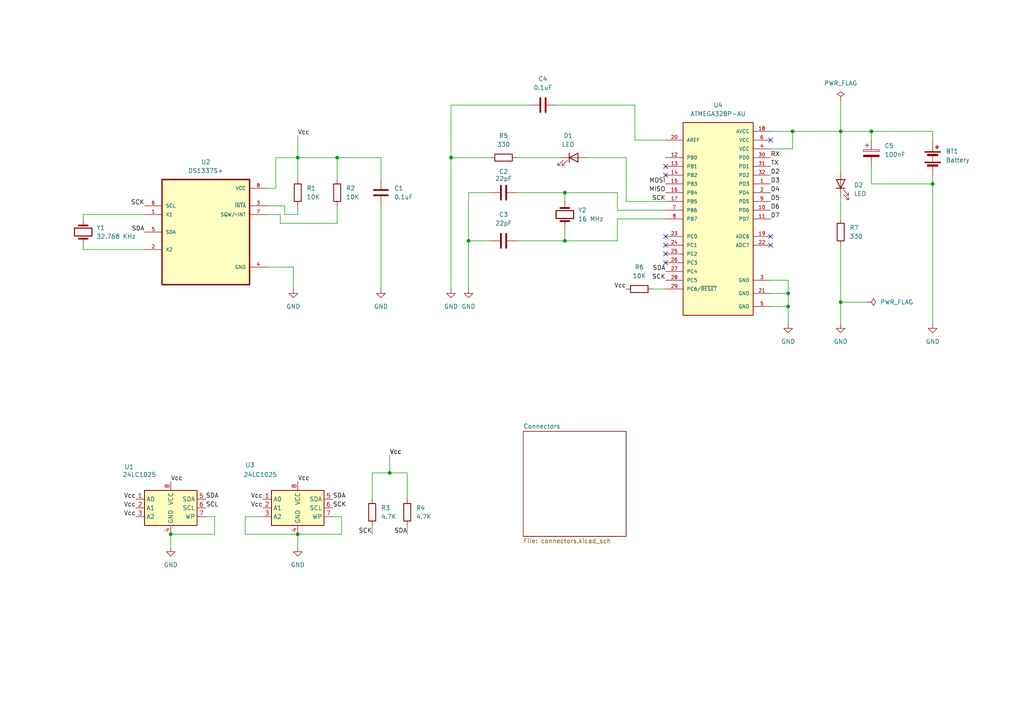
<source format=kicad_sch>
(kicad_sch (version 20250114) (generator "eeschema") (generator_version "9.0")
  (paper "A4")
  (title_block (title "MCU Datalogger") (rev "1") (company "Precious Nedilyn B. Echapare"))
  (lib_symbols
    (symbol "ATMEGA328P_AU:ATMEGA328P-AU" (pin_names (offset 1.016))
      (property "Reference" "U4" (at 0 33.02 0))
      (property "Value" "ATMEGA328P-AU" (at 0 30.48 0))
      (symbol "ATMEGA328P-AU_0_0"
        (rectangle (start -10.16 27.94) (end 10.16 -27.94) (stroke (width 0.254)) (fill (type background)))
        (pin input line (at -15.24 22.86 0) (length 5.08) (name "AREF") (number "20"))
        (pin bidirectional line (at -15.24 17.78 0) (length 5.08) (name "PB0") (number "12"))
        (pin bidirectional line (at -15.24 15.24 0) (length 5.08) (name "PB1") (number "13"))
        (pin bidirectional line (at -15.24 12.7 0) (length 5.08) (name "PB2") (number "14"))
        (pin bidirectional line (at -15.24 10.16 0) (length 5.08) (name "PB3") (number "15"))
        (pin bidirectional line (at -15.24 7.62 0) (length 5.08) (name "PB4") (number "16"))
        (pin bidirectional line (at -15.24 5.08 0) (length 5.08) (name "PB5") (number "17"))
        (pin bidirectional line (at -15.24 2.54 0) (length 5.08) (name "PB6") (number "7"))
        (pin bidirectional line (at -15.24 0 0) (length 5.08) (name "PB7") (number "8"))
        (pin bidirectional line (at -15.24 -5.08 0) (length 5.08) (name "PC0") (number "23"))
        (pin bidirectional line (at -15.24 -7.62 0) (length 5.08) (name "PC1") (number "24"))
        (pin bidirectional line (at -15.24 -10.16 0) (length 5.08) (name "PC2") (number "25"))
        (pin bidirectional line (at -15.24 -12.7 0) (length 5.08) (name "PC3") (number "26"))
        (pin bidirectional line (at -15.24 -15.24 0) (length 5.08) (name "PC4") (number "27"))
        (pin bidirectional line (at -15.24 -17.78 0) (length 5.08) (name "PC5") (number "28"))
        (pin bidirectional line (at -15.24 -20.32 0) (length 5.08) (name "PC6/~{RESET}") (number "29"))
        (pin power_in line (at 15.24 25.4 180) (length 5.08) (name "AVCC") (number "18"))
        (pin power_in line (at 15.24 22.86 180) (length 5.08) (name "VCC") (number "6"))
        (pin power_in line (at 15.24 20.32 180) (length 5.08) (name "VCC") (number "4"))
        (pin bidirectional line (at 15.24 17.78 180) (length 5.08) (name "PD0") (number "30"))
        (pin bidirectional line (at 15.24 15.24 180) (length 5.08) (name "PD1") (number "31"))
        (pin bidirectional line (at 15.24 12.7 180) (length 5.08) (name "PD2") (number "32"))
        (pin bidirectional line (at 15.24 10.16 180) (length 5.08) (name "PD3") (number "1"))
        (pin bidirectional line (at 15.24 7.62 180) (length 5.08) (name "PD4") (number "2"))
        (pin bidirectional line (at 15.24 5.08 180) (length 5.08) (name "PD5") (number "9"))
        (pin bidirectional line (at 15.24 2.54 180) (length 5.08) (name "PD6") (number "10"))
        (pin bidirectional line (at 15.24 0 180) (length 5.08) (name "PD7") (number "11"))
        (pin bidirectional line (at 15.24 -5.08 180) (length 5.08) (name "ADC6") (number "19"))
        (pin bidirectional line (at 15.24 -7.62 180) (length 5.08) (name "ADC7") (number "22"))
        (pin power_in line (at 15.24 -17.78 180) (length 5.08) (name "GND") (number "3"))
        (pin power_in line (at 15.24 -21.59 180) (length 5.08) (name "GND") (number "21"))
        (pin power_in line (at 15.24 -25.4 180) (length 5.08) (name "GND") (number "5"))
      )
    )
    (symbol "DS1337S:DS1337S_" (pin_names (offset 1.016))
      (property "Reference" "U" (at -12.7 16.24 0))
      (property "Value" "DS1337S_" (at -12.7 -19.24 0))
      (symbol "DS1337S__0_0"
        (rectangle (start -12.7 -15.24) (end 12.7 15.24) (stroke (width 0.41)) (fill (type background)))
        (pin input line (at -17.78 7.62 0) (length 5.08) (name "SCL") (number "6"))
        (pin input line (at -17.78 5.08 0) (length 5.08) (name "X1") (number "1"))
        (pin bidirectional line (at -17.78 0 0) (length 5.08) (name "SDA") (number "5"))
        (pin bidirectional line (at -17.78 -5.08 0) (length 5.08) (name "X2") (number "2"))
        (pin power_in line (at 17.78 12.7 180) (length 5.08) (name "VCC") (number "8"))
        (pin output line (at 17.78 7.62 180) (length 5.08) (name "~{INTA}") (number "3"))
        (pin output line (at 17.78 5.08 180) (length 5.08) (name "SQW/~INT") (number "7"))
        (pin power_in line (at 17.78 -10.16 180) (length 5.08) (name "GND") (number "4"))
      )
    )
    (symbol "Device:Battery" (pin_numbers (hide yes)) (pin_names (offset 0) (hide yes))
      (property "Reference" "BT" (at 2.54 2.54 0))
      (property "Value" "Battery" (at 2.54 0 0))
      (symbol "Battery_0_1"
        (rectangle (start -2.286 1.778) (end 2.286 1.524) (fill (type outline)))
        (rectangle (start -2.286 -1.27) (end 2.286 -1.524) (fill (type outline)))
        (rectangle (start -1.524 1.016) (end 1.524 0.508) (fill (type outline)))
        (rectangle (start -1.524 -2.032) (end 1.524 -2.54) (fill (type outline)))
        (polyline (pts (xy 0 1.778) (xy 0 2.54)))
        (polyline (pts (xy 0 0) (xy 0 0.254)))
        (polyline (pts (xy 0 -0.508) (xy 0 -0.254)))
        (polyline (pts (xy 0 -1.016) (xy 0 -0.762)))
        (polyline (pts (xy 0.762 3.048) (xy 1.778 3.048)) (stroke (width 0.254)))
        (polyline (pts (xy 1.27 3.556) (xy 1.27 2.54)) (stroke (width 0.254)))
      )
      (symbol "Battery_1_1"
        (pin passive line (at 0 5.08 270) (length 2.54) (name "+") (number "1"))
        (pin passive line (at 0 -5.08 90) (length 2.54) (name "-") (number "2"))
      )
    )
    (symbol "Device:C" (pin_numbers (hide yes)) (pin_names (offset 0.254))
      (property "Reference" "C" (at 0.635 2.54 0))
      (property "Value" "C" (at 0.635 -2.54 0))
      (symbol "C_0_1"
        (polyline (pts (xy -2.032 0.762) (xy 2.032 0.762)) (stroke (width 0.508)))
        (polyline (pts (xy -2.032 -0.762) (xy 2.032 -0.762)) (stroke (width 0.508)))
      )
      (symbol "C_1_1"
        (pin passive line (at 0 3.81 270) (length 2.794) (name "~") (number "1"))
        (pin passive line (at 0 -3.81 90) (length 2.794) (name "~") (number "2"))
      )
    )
    (symbol "Device:C_Polarized" (pin_numbers (hide yes)) (pin_names (offset 0.254))
      (property "Reference" "C" (at 0.635 2.54 0))
      (property "Value" "C_Polarized" (at 0.635 -2.54 0))
      (symbol "C_Polarized_0_1"
        (rectangle (start -2.286 0.508) (end 2.286 1.016))
        (polyline (pts (xy -1.778 2.286) (xy -0.762 2.286)))
        (polyline (pts (xy -1.27 2.794) (xy -1.27 1.778)))
        (rectangle (start 2.286 -0.508) (end -2.286 -1.016) (fill (type outline)))
      )
      (symbol "C_Polarized_1_1"
        (pin passive line (at 0 3.81 270) (length 2.794) (name "~") (number "1"))
        (pin passive line (at 0 -3.81 90) (length 2.794) (name "~") (number "2"))
      )
    )
    (symbol "Device:Crystal" (pin_numbers (hide yes)) (pin_names (offset 1.016) (hide yes))
      (property "Reference" "Y" (at 0 3.81 0))
      (property "Value" "Crystal" (at 0 -3.81 0))
      (symbol "Crystal_0_1"
        (polyline (pts (xy -2.54 0) (xy -1.905 0)))
        (polyline (pts (xy -1.905 -1.27) (xy -1.905 1.27)) (stroke (width 0.508)))
        (rectangle (start -1.143 2.54) (end 1.143 -2.54) (stroke (width 0.3048)))
        (polyline (pts (xy 1.905 -1.27) (xy 1.905 1.27)) (stroke (width 0.508)))
        (polyline (pts (xy 2.54 0) (xy 1.905 0)))
      )
      (symbol "Crystal_1_1"
        (pin passive line (at -3.81 0 0) (length 1.27) (name "1") (number "1"))
        (pin passive line (at 3.81 0 180) (length 1.27) (name "2") (number "2"))
      )
    )
    (symbol "Device:LED" (pin_numbers (hide yes)) (pin_names (offset 1.016) (hide yes))
      (property "Reference" "D" (at 0 2.54 0))
      (property "Value" "LED" (at 0 -2.54 0))
      (symbol "LED_0_1"
        (polyline (pts (xy -3.048 -0.762) (xy -4.572 -2.286) (xy -3.81 -2.286) (xy -4.572 -2.286) (xy -4.572 -1.524)))
        (polyline (pts (xy -1.778 -0.762) (xy -3.302 -2.286) (xy -2.54 -2.286) (xy -3.302 -2.286) (xy -3.302 -1.524)))
        (polyline (pts (xy -1.27 0) (xy 1.27 0)))
        (polyline (pts (xy -1.27 -1.27) (xy -1.27 1.27)) (stroke (width 0.254)))
        (polyline (pts (xy 1.27 -1.27) (xy 1.27 1.27) (xy -1.27 0) (xy 1.27 -1.27)) (stroke (width 0.254)))
      )
      (symbol "LED_1_1"
        (pin passive line (at -3.81 0 0) (length 2.54) (name "K") (number "1"))
        (pin passive line (at 3.81 0 180) (length 2.54) (name "A") (number "2"))
      )
    )
    (symbol "Device:R" (pin_numbers (hide yes)) (pin_names (offset 0))
      (property "Reference" "R" (at 2.032 0 90))
      (property "Value" "R" (at 0 0 90))
      (symbol "R_0_1"
        (rectangle (start -1.016 -2.54) (end 1.016 2.54) (stroke (width 0.254)))
      )
      (symbol "R_1_1"
        (pin passive line (at 0 3.81 270) (length 1.27) (name "~") (number "1"))
        (pin passive line (at 0 -3.81 90) (length 1.27) (name "~") (number "2"))
      )
    )
    (symbol "Memory_EEPROM:24LC1025"
      (property "Reference" "U" (at -6.35 6.35 0))
      (property "Value" "24LC1025" (at 1.27 6.35 0))
      (symbol "24LC1025_1_1"
        (rectangle (start -7.62 5.08) (end 7.62 -5.08) (stroke (width 0.254)) (fill (type background)))
        (pin input line (at -10.16 2.54 0) (length 2.54) (name "A0") (number "1"))
        (pin input line (at -10.16 0 0) (length 2.54) (name "A1") (number "2"))
        (pin input line (at -10.16 -2.54 0) (length 2.54) (name "A2") (number "3"))
        (pin power_in line (at 0 7.62 270) (length 2.54) (name "VCC") (number "8"))
        (pin power_in line (at 0 -7.62 90) (length 2.54) (name "GND") (number "4"))
        (pin bidirectional line (at 10.16 2.54 180) (length 2.54) (name "SDA") (number "5"))
        (pin input line (at 10.16 0 180) (length 2.54) (name "SCL") (number "6"))
        (pin input line (at 10.16 -2.54 180) (length 2.54) (name "WP") (number "7"))
      )
    )
    (symbol "power:GND" (power) (pin_numbers (hide yes)) (pin_names (offset 0) (hide yes))
      (property "Value" "GND" (at 0 -3.81 0))
      (symbol "GND_0_1"
        (polyline (pts (xy 0 0) (xy 0 -1.27) (xy 1.27 -1.27) (xy 0 -2.54) (xy -1.27 -1.27) (xy 0 -1.27)))
      )
      (symbol "GND_1_1"
        (pin power_in line (at 0 0 270) (length 0) (name "~") (number "1"))
      )
    )
    (symbol "power:PWR_FLAG" (power) (pin_numbers (hide yes)) (pin_names (offset 0) (hide yes))
      (property "Value" "PWR_FLAG" (at 0 3.81 0))
      (symbol "PWR_FLAG_0_0"
        (pin power_out line (at 0 0 90) (length 0) (name "~") (number "1"))
      )
      (symbol "PWR_FLAG_0_1"
        (polyline (pts (xy 0 0) (xy 0 1.27) (xy -1.016 1.905) (xy 0 2.54) (xy 1.016 1.905) (xy 0 1.27)))
      )
    )
  )
  (junction (at 113.03 137.16))
  (junction (at 243.84 87.63))
  (junction (at 135.89 69.85))
  (junction (at 130.81 45.72))
  (junction (at 86.36 45.72))
  (junction (at 163.83 69.85))
  (junction (at 270.51 53.34))
  (junction (at 49.53 154.94))
  (junction (at 252.73 38.1))
  (junction (at 97.79 45.72))
  (junction (at 86.36 154.94))
  (junction (at 163.83 55.88))
  (junction (at 243.84 38.1))
  (junction (at 228.6 88.9))
  (junction (at 229.87 38.1))
  (junction (at 228.6 85.09))
  (no_connect (at 193.04 68.58))
  (no_connect (at 223.52 68.58))
  (no_connect (at 193.04 76.2))
  (no_connect (at 193.04 73.66))
  (no_connect (at 193.04 71.12))
  (no_connect (at 193.04 50.8))
  (no_connect (at 223.52 71.12))
  (no_connect (at 193.04 48.26))
  (no_connect (at 223.52 40.64))
  (wire (pts (xy 77.47 77.47) (xy 85.09 77.47)))
  (wire (pts (xy 270.51 38.1) (xy 270.51 40.64)))
  (wire (pts (xy 81.28 62.23) (xy 81.28 64.77)))
  (wire (pts (xy 118.11 137.16) (xy 118.11 144.78)))
  (wire (pts (xy 243.84 71.12) (xy 243.84 87.63)))
  (wire (pts (xy 77.47 59.69) (xy 82.55 59.69)))
  (wire (pts (xy 163.83 58.42) (xy 163.83 55.88)))
  (wire (pts (xy 270.51 50.8) (xy 270.51 53.34)))
  (wire (pts (xy 82.55 62.23) (xy 86.36 62.23)))
  (wire (pts (xy 71.12 149.86) (xy 71.12 154.94)))
  (wire (pts (xy 97.79 64.77) (xy 97.79 59.69)))
  (wire (pts (xy 110.49 59.69) (xy 110.49 83.82)))
  (wire (pts (xy 80.01 54.61) (xy 77.47 54.61)))
  (wire (pts (xy 24.13 71.12) (xy 24.13 72.39)))
  (wire (pts (xy 223.52 88.9) (xy 228.6 88.9)))
  (wire (pts (xy 76.2 149.86) (xy 71.12 149.86)))
  (wire (pts (xy 223.52 43.18) (xy 229.87 43.18)))
  (wire (pts (xy 24.13 72.39) (xy 41.91 72.39)))
  (wire (pts (xy 82.55 59.69) (xy 82.55 62.23)))
  (wire (pts (xy 149.86 55.88) (xy 163.83 55.88)))
  (wire (pts (xy 153.67 30.48) (xy 130.81 30.48)))
  (wire (pts (xy 163.83 69.85) (xy 149.86 69.85)))
  (wire (pts (xy 86.36 45.72) (xy 97.79 45.72)))
  (wire (pts (xy 163.83 55.88) (xy 179.07 55.88)))
  (wire (pts (xy 228.6 85.09) (xy 228.6 88.9)))
  (wire (pts (xy 81.28 64.77) (xy 97.79 64.77)))
  (wire (pts (xy 107.95 137.16) (xy 113.03 137.16)))
  (wire (pts (xy 184.15 30.48) (xy 184.15 40.64)))
  (wire (pts (xy 228.6 81.28) (xy 228.6 85.09)))
  (wire (pts (xy 149.86 45.72) (xy 162.56 45.72)))
  (wire (pts (xy 223.52 38.1) (xy 229.87 38.1)))
  (wire (pts (xy 189.23 83.82) (xy 193.04 83.82)))
  (wire (pts (xy 243.84 38.1) (xy 243.84 49.53)))
  (wire (pts (xy 252.73 53.34) (xy 270.51 53.34)))
  (wire (pts (xy 59.69 149.86) (xy 62.23 149.86)))
  (wire (pts (xy 118.11 152.4) (xy 118.11 154.94)))
  (wire (pts (xy 179.07 55.88) (xy 179.07 60.96)))
  (wire (pts (xy 179.07 63.5) (xy 179.07 69.85)))
  (wire (pts (xy 110.49 45.72) (xy 97.79 45.72)))
  (wire (pts (xy 135.89 55.88) (xy 135.89 69.85)))
  (wire (pts (xy 223.52 81.28) (xy 228.6 81.28)))
  (wire (pts (xy 113.03 132.08) (xy 113.03 137.16)))
  (wire (pts (xy 110.49 52.07) (xy 110.49 45.72)))
  (wire (pts (xy 243.84 87.63) (xy 251.46 87.63)))
  (wire (pts (xy 135.89 69.85) (xy 135.89 83.82)))
  (wire (pts (xy 24.13 62.23) (xy 24.13 63.5)))
  (wire (pts (xy 85.09 77.47) (xy 85.09 83.82)))
  (wire (pts (xy 86.36 154.94) (xy 86.36 158.75)))
  (wire (pts (xy 86.36 62.23) (xy 86.36 59.69)))
  (wire (pts (xy 243.84 57.15) (xy 243.84 63.5)))
  (wire (pts (xy 243.84 29.21) (xy 243.84 38.1)))
  (wire (pts (xy 71.12 154.94) (xy 86.36 154.94)))
  (wire (pts (xy 130.81 45.72) (xy 130.81 83.82)))
  (wire (pts (xy 193.04 63.5) (xy 179.07 63.5)))
  (wire (pts (xy 86.36 45.72) (xy 80.01 45.72)))
  (wire (pts (xy 252.73 48.26) (xy 252.73 53.34)))
  (wire (pts (xy 41.91 62.23) (xy 24.13 62.23)))
  (wire (pts (xy 179.07 60.96) (xy 193.04 60.96)))
  (wire (pts (xy 107.95 144.78) (xy 107.95 137.16)))
  (wire (pts (xy 77.47 62.23) (xy 81.28 62.23)))
  (wire (pts (xy 86.36 52.07) (xy 86.36 45.72)))
  (wire (pts (xy 252.73 38.1) (xy 270.51 38.1)))
  (wire (pts (xy 49.53 154.94) (xy 49.53 158.75)))
  (wire (pts (xy 80.01 45.72) (xy 80.01 54.61)))
  (wire (pts (xy 107.95 152.4) (xy 107.95 154.94)))
  (wire (pts (xy 229.87 43.18) (xy 229.87 38.1)))
  (wire (pts (xy 243.84 38.1) (xy 252.73 38.1)))
  (wire (pts (xy 99.06 154.94) (xy 99.06 149.86)))
  (wire (pts (xy 62.23 154.94) (xy 62.23 149.86)))
  (wire (pts (xy 184.15 40.64) (xy 193.04 40.64)))
  (wire (pts (xy 49.53 154.94) (xy 62.23 154.94)))
  (wire (pts (xy 142.24 55.88) (xy 135.89 55.88)))
  (wire (pts (xy 223.52 85.09) (xy 228.6 85.09)))
  (wire (pts (xy 179.07 69.85) (xy 163.83 69.85)))
  (wire (pts (xy 170.18 45.72) (xy 181.61 45.72)))
  (wire (pts (xy 228.6 88.9) (xy 228.6 93.98)))
  (wire (pts (xy 86.36 154.94) (xy 99.06 154.94)))
  (wire (pts (xy 161.29 30.48) (xy 184.15 30.48)))
  (wire (pts (xy 135.89 69.85) (xy 142.24 69.85)))
  (wire (pts (xy 86.36 39.37) (xy 86.36 45.72)))
  (wire (pts (xy 181.61 45.72) (xy 181.61 58.42)))
  (wire (pts (xy 97.79 45.72) (xy 97.79 52.07)))
  (wire (pts (xy 99.06 149.86) (xy 96.52 149.86)))
  (wire (pts (xy 252.73 38.1) (xy 252.73 40.64)))
  (wire (pts (xy 270.51 53.34) (xy 270.51 93.98)))
  (wire (pts (xy 181.61 58.42) (xy 193.04 58.42)))
  (wire (pts (xy 113.03 137.16) (xy 118.11 137.16)))
  (wire (pts (xy 130.81 30.48) (xy 130.81 45.72)))
  (wire (pts (xy 130.81 45.72) (xy 142.24 45.72)))
  (wire (pts (xy 163.83 66.04) (xy 163.83 69.85)))
  (wire (pts (xy 229.87 38.1) (xy 243.84 38.1)))
  (wire (pts (xy 243.84 87.63) (xy 243.84 93.98)))
  (label "D2" (at 223.52 50.8 0))
  (label "SCL" (at 59.69 147.32 0))
  (label "Vcc" (at 76.2 144.78 180))
  (label "TX" (at 223.52 48.26 0))
  (label "D5" (at 223.52 58.42 0))
  (label "D4" (at 223.52 55.88 0))
  (label "Vcc" (at 113.03 132.08 0))
  (label "SDA" (at 193.04 78.74 180))
  (label "Vcc" (at 86.36 139.7 0))
  (label "MOSI" (at 193.04 53.34 180))
  (label "SCK" (at 107.95 154.94 180))
  (label "Vcc" (at 49.53 139.7 0))
  (label "D6" (at 223.52 60.96 0))
  (label "Vcc" (at 39.37 149.86 180))
  (label "RX" (at 223.52 45.72 0))
  (label "SCK" (at 41.91 59.69 180))
  (label "MISO" (at 193.04 55.88 180))
  (label "Vcc" (at 39.37 144.78 180))
  (label "Vcc" (at 76.2 147.32 180))
  (label "Vcc" (at 86.36 39.37 0))
  (label "D3" (at 223.52 53.34 0))
  (label "SCK" (at 193.04 81.28 180))
  (label "Vcc" (at 39.37 147.32 180))
  (label "Vcc" (at 181.61 83.82 180))
  (label "SCK" (at 193.04 58.42 180))
  (label "D7" (at 223.52 63.5 0))
  (label "SDA" (at 96.52 144.78 0))
  (label "SDA" (at 118.11 154.94 180))
  (label "SDA" (at 41.91 67.31 180))
  (label "Vcc" (at 113.03 132.08 0))
  (label "SDA" (at 59.69 144.78 0))
  (label "SCK" (at 96.52 147.32 0))
  (symbol (lib_id "Memory_EEPROM:24LC1025") (at 86.36 147.32 0) (unit 1)
    (property "Reference" "U3" (at 71.12 134.874 0) (effects (justify left)))
    (property "Value" "24LC1025" (at 70.612 137.668 0) (effects (justify left)))
    (property "Footprint" "Package_SO:SOIC-8_3.9x4.9mm_P1.27mm" (effects (hide yes)))
    (property "Datasheet" "http://ww1.microchip.com/downloads/en/DeviceDoc/21941B.pdf" (effects (hide yes)))
    (property "Description" "I2C Serial EEPROM, 1024Kb, DIP-8/SOIC-8/TSSOP-8/DFN-8" (effects (hide yes)))
  )
  (symbol (lib_id "power:GND") (at 130.81 83.82 0) (unit 1)
    (property "Reference" "#PWR04" (effects (hide yes)))
    (property "Value" "GND" (at 130.81 88.9 0))
    (property "Description" "Power symbol creates a global label with name \"GND\" , ground" (effects (hide yes)))
  )
  (symbol (lib_id "Device:Crystal") (at 24.13 67.31 90) (unit 1)
    (property "Reference" "Y1" (at 27.94 66.0399 90) (effects (justify right)))
    (property "Value" "32.768 KHz" (at 27.94 68.5799 90) (effects (justify right)))
    (property "Footprint" "Crystal:Crystal_SMD_5032-2Pin_5.0x3.2mm_HandSoldering" (effects (hide yes)))
    (property "Description" "Two pin crystal" (effects (hide yes)))
  )
  (symbol (lib_id "power:GND") (at 49.53 158.75 0) (unit 1)
    (property "Reference" "#PWR09" (effects (hide yes)))
    (property "Value" "GND" (at 49.53 163.83 0))
    (property "Description" "Power symbol creates a global label with name \"GND\" , ground" (effects (hide yes)))
  )
  (symbol (lib_id "Device:Battery") (at 270.51 45.72 0) (unit 1)
    (property "Reference" "BT1" (at 274.32 43.8784 0) (effects (justify left)))
    (property "Value" "Battery" (at 274.32 46.4184 0) (effects (justify left)))
    (property "Footprint" "Connector_PinHeader_2.54mm:PinHeader_1x02_P2.54mm_Vertical" (effects (hide yes)))
    (property "Description" "Multiple-cell battery" (effects (hide yes)))
  )
  (symbol (lib_id "power:GND") (at 85.09 83.82 0) (unit 1)
    (property "Reference" "#PWR07" (effects (hide yes)))
    (property "Value" "GND" (at 85.09 88.9 0))
    (property "Description" "Power symbol creates a global label with name \"GND\" , ground" (effects (hide yes)))
  )
  (symbol (lib_id "Device:R") (at 146.05 45.72 90) (unit 1)
    (property "Reference" "R5" (at 146.05 39.37 90))
    (property "Value" "330" (at 146.05 41.91 90))
    (property "Footprint" "Resistor_SMD:R_0805_2012Metric" (effects (hide yes)))
    (property "Description" "Resistor" (effects (hide yes)))
  )
  (symbol (lib_id "Device:C") (at 110.49 55.88 0) (unit 1)
    (property "Reference" "C1" (at 114.3 54.6099 0) (effects (font (thickness 0.1588)) (justify left)))
    (property "Value" "0.1uF" (at 114.3 57.1499 0) (effects (justify left)))
    (property "Footprint" "Capacitor_SMD:C_0805_2012Metric" (effects (hide yes)))
    (property "Description" "Unpolarized capacitor" (effects (hide yes)))
  )
  (symbol (lib_id "Device:R") (at 86.36 55.88 0) (unit 1)
    (property "Reference" "R1" (at 88.9 54.6099 0) (effects (justify left)))
    (property "Value" "10K" (at 88.9 57.1499 0) (effects (justify left)))
    (property "Footprint" "Resistor_SMD:R_0805_2012Metric" (effects (hide yes)))
    (property "Description" "Resistor" (effects (hide yes)))
  )
  (symbol (lib_id "power:GND") (at 243.84 93.98 0) (unit 1)
    (property "Reference" "#PWR02" (effects (hide yes)))
    (property "Value" "GND" (at 243.84 99.06 0))
    (property "Description" "Power symbol creates a global label with name \"GND\" , ground" (effects (hide yes)))
  )
  (symbol (lib_id "power:PWR_FLAG") (at 243.84 29.21 0) (unit 1)
    (property "Reference" "#FLG01" (effects (hide yes)))
    (property "Value" "PWR_FLAG" (at 243.84 24.13 0))
    (property "Description" "Special symbol for telling ERC where power comes from" (effects (hide yes)))
  )
  (symbol (lib_id "Device:R") (at 185.42 83.82 90) (unit 1)
    (property "Reference" "R6" (at 185.42 77.47 90))
    (property "Value" "10K" (at 185.42 80.01 90))
    (property "Footprint" "Resistor_SMD:R_0805_2012Metric" (effects (hide yes)))
    (property "Description" "Resistor" (effects (hide yes)))
  )
  (symbol (lib_id "Device:R") (at 107.95 148.59 0) (unit 1)
    (property "Reference" "R3" (at 110.49 147.3199 0) (effects (justify left)))
    (property "Value" "4.7K" (at 110.49 149.8599 0) (effects (justify left)))
    (property "Footprint" "Resistor_SMD:R_0805_2012Metric" (effects (hide yes)))
    (property "Description" "Resistor" (effects (hide yes)))
  )
  (symbol (lib_id "Device:C") (at 157.48 30.48 90) (unit 1)
    (property "Reference" "C4" (at 157.48 22.86 90))
    (property "Value" "0.1uF" (at 157.48 25.4 90))
    (property "Footprint" "Capacitor_SMD:C_0805_2012Metric" (effects (hide yes)))
    (property "Description" "Unpolarized capacitor" (effects (hide yes)))
  )
  (symbol (lib_id "power:GND") (at 270.51 93.98 0) (unit 1)
    (property "Reference" "#PWR01" (effects (hide yes)))
    (property "Value" "GND" (at 270.51 99.06 0))
    (property "Description" "Power symbol creates a global label with name \"GND\" , ground" (effects (hide yes)))
  )
  (symbol (lib_id "Device:C_Polarized") (at 252.73 44.45 0) (unit 1)
    (property "Reference" "C5" (at 256.54 42.2909 0) (effects (justify left)))
    (property "Value" "100nF" (at 256.54 44.8309 0) (effects (justify left)))
    (property "Footprint" "Capacitor_SMD:C_0805_2012Metric" (effects (hide yes)))
    (property "Description" "Polarized capacitor" (effects (hide yes)))
  )
  (symbol (lib_id "Device:R") (at 118.11 148.59 0) (unit 1)
    (property "Reference" "R4" (at 120.65 147.3199 0) (effects (justify left)))
    (property "Value" "4.7K" (at 120.65 149.8599 0) (effects (justify left)))
    (property "Footprint" "Resistor_SMD:R_0805_2012Metric" (effects (hide yes)))
    (property "Description" "Resistor" (effects (hide yes)))
  )
  (symbol (lib_id "power:GND") (at 135.89 83.82 0) (unit 1)
    (property "Reference" "#PWR05" (effects (hide yes)))
    (property "Value" "GND" (at 135.89 88.9 0))
    (property "Description" "Power symbol creates a global label with name \"GND\" , ground" (effects (hide yes)))
  )
  (symbol (lib_id "Device:R") (at 243.84 67.31 0) (unit 1)
    (property "Reference" "R7" (at 246.38 66.0399 0) (effects (justify left)))
    (property "Value" "330" (at 246.38 68.5799 0) (effects (justify left)))
    (property "Footprint" "Resistor_SMD:R_0805_2012Metric" (effects (hide yes)))
    (property "Description" "Resistor" (effects (hide yes)))
  )
  (symbol (lib_id "Device:R") (at 97.79 55.88 0) (unit 1)
    (property "Reference" "R2" (at 100.33 54.6099 0) (effects (justify left)))
    (property "Value" "10K" (at 100.33 57.1499 0) (effects (justify left)))
    (property "Footprint" "Resistor_SMD:R_0805_2012Metric" (effects (hide yes)))
    (property "Description" "Resistor" (effects (hide yes)))
  )
  (symbol (lib_id "Device:LED") (at 243.84 53.34 90) (unit 1)
    (property "Reference" "D2" (at 247.65 53.6574 90) (effects (justify right)))
    (property "Value" "LED" (at 247.65 56.1974 90) (effects (justify right)))
    (property "Footprint" "LED_SMD:LED_0805_2012Metric" (effects (hide yes)))
    (property "Description" "Light emitting diode" (effects (hide yes)))
    (property "Sim.Pins" "1=K 2=A" (effects (hide yes)))
  )
  (symbol (lib_id "power:GND") (at 86.36 158.75 0) (unit 1)
    (property "Reference" "#PWR08" (effects (hide yes)))
    (property "Value" "GND" (at 86.36 163.83 0))
    (property "Description" "Power symbol creates a global label with name \"GND\" , ground" (effects (hide yes)))
  )
  (symbol (lib_id "Memory_EEPROM:24LC1025") (at 49.53 147.32 0) (unit 1)
    (property "Reference" "U1" (at 36.068 135.382 0) (effects (justify left)))
    (property "Value" "24LC1025" (at 35.56 137.668 0) (effects (justify left)))
    (property "Footprint" "Package_SO:SOIC-8_3.9x4.9mm_P1.27mm" (effects (hide yes)))
    (property "Datasheet" "http://ww1.microchip.com/downloads/en/DeviceDoc/21941B.pdf" (effects (hide yes)))
    (property "Description" "I2C Serial EEPROM, 1024Kb, DIP-8/SOIC-8/TSSOP-8/DFN-8" (effects (hide yes)))
  )
  (symbol (lib_id "power:PWR_FLAG") (at 251.46 87.63 270) (unit 1)
    (property "Reference" "#FLG02" (effects (hide yes)))
    (property "Value" "PWR_FLAG" (at 255.27 87.6299 90) (effects (justify left)))
    (property "Description" "Special symbol for telling ERC where power comes from" (effects (hide yes)))
  )
  (symbol (lib_id "Device:C") (at 146.05 55.88 270) (unit 1)
    (property "Reference" "C2" (at 146.05 49.784 90))
    (property "Value" "22pF" (at 146.05 51.816 90))
    (property "Footprint" "Capacitor_SMD:C_0805_2012Metric" (effects (hide yes)))
    (property "Description" "Unpolarized capacitor" (effects (hide yes)))
  )
  (symbol (lib_id "Device:LED") (at 166.37 45.72 0) (unit 1)
    (property "Reference" "D1" (at 164.7825 39.37 0))
    (property "Value" "LED" (at 164.7825 41.91 0))
    (property "Footprint" "LED_SMD:LED_0805_2012Metric" (effects (hide yes)))
    (property "Description" "Light emitting diode" (effects (hide yes)))
    (property "Sim.Pins" "1=K 2=A" (effects (hide yes)))
  )
  (symbol (lib_id "ATMEGA328P_AU:ATMEGA328P-AU") (at 208.28 63.5 0) (unit 1)
    (property "Reference" "U4" (at 208.28 30.48 0))
    (property "Value" "ATMEGA328P-AU" (at 208.28 33.02 0))
    (property "Footprint" "ATMEGA328P_AU:QFP80P900X900X120-32N" (effects (hide yes)))
    (property "MAXIMUM_PACKAGE_HEIGHT" "1.20mm" (effects (hide yes)))
    (property "Package" "TQFP-32 Microchip" (effects (hide yes)))
    (property "Price" "None" (effects (hide yes)))
    (property "Check_prices" "https://www.snapeda.com/parts/ATMEGA328P-AU/Microchip+Technology/view-part/?ref=eda" (effects (hide yes)))
    (property "STANDARD" "IPC-7351B" (effects (hide yes)))
    (property "PARTREV" "8271A" (effects (hide yes)))
    (property "SnapEDA_Link" "https://www.snapeda.com/parts/ATMEGA328P-AU/Microchip+Technology/view-part/?ref=snap" (effects (hide yes)))
    (property "MP" "ATMEGA328P-AU" (effects (hide yes)))
    (property "Description_1" "AVR AVR® ATmega Microcontroller IC 8-Bit 20MHz 32KB (16K x 16) FLASH 32-TQFP (7x7)" (effects (hide yes)))
    (property "Availability" "In Stock" (effects (hide yes)))
    (property "MANUFACTURER" "Microchip" (effects (hide yes)))
  )
  (symbol (lib_id "Device:Crystal") (at 163.83 62.23 90) (unit 1)
    (property "Reference" "Y2" (at 167.64 60.9599 90) (effects (justify right)))
    (property "Value" "16 MHz" (at 167.64 63.4999 90) (effects (justify right)))
    (property "Footprint" "Crystal:Crystal_SMD_5032-2Pin_5.0x3.2mm_HandSoldering" (effects (hide yes)))
    (property "Description" "Two pin crystal" (effects (hide yes)))
  )
  (symbol (lib_id "Device:C") (at 146.05 69.85 270) (unit 1)
    (property "Reference" "C3" (at 146.05 62.23 90))
    (property "Value" "22pF" (at 146.05 64.77 90))
    (property "Footprint" "Capacitor_SMD:C_0805_2012Metric" (effects (hide yes)))
    (property "Description" "Unpolarized capacitor" (effects (hide yes)))
  )
  (symbol (lib_id "power:GND") (at 110.49 83.82 0) (unit 1)
    (property "Reference" "#PWR06" (effects (hide yes)))
    (property "Value" "GND" (at 110.49 88.9 0))
    (property "Description" "Power symbol creates a global label with name \"GND\" , ground" (effects (hide yes)))
  )
  (symbol (lib_id "power:GND") (at 228.6 93.98 0) (unit 1)
    (property "Reference" "#PWR03" (effects (hide yes)))
    (property "Value" "GND" (at 228.6 99.06 0))
    (property "Description" "Power symbol creates a global label with name \"GND\" , ground" (effects (hide yes)))
  )
  (symbol (lib_id "DS1337S:DS1337S_") (at 59.69 67.31 0) (unit 1)
    (property "Reference" "U2" (at 59.69 46.99 0))
    (property "Value" "DS1337S+" (at 59.69 49.53 0))
    (property "Footprint" "DS1337S_plus:SOIC127P600X175-8N" (effects (hide yes)))
    (property "MF" "Analog Devices" (effects (hide yes)))
    (property "Description_1" "Real Time Clock (RTC) IC Clock/Calendar - I²C, 2-Wire Serial 8-SOIC (0.154, 3.90mm Width)" (effects (hide yes)))
    (property "Package" "SOIC-8 Maxim" (effects (hide yes)))
    (property "Price" "None" (effects (hide yes)))
    (property "SnapEDA_Link" "https://www.snapeda.com/parts/DS1337S/Analog+Devices/view-part/?ref=snap" (effects (hide yes)))
    (property "MP" "DS1337S" (effects (hide yes)))
    (property "Availability" "In Stock" (effects (hide yes)))
    (property "Check_prices" "https://www.snapeda.com/parts/DS1337S/Analog+Devices/view-part/?ref=eda" (effects (hide yes)))
  )
  (sheet (at 151.765 125.095) (size 29.845 30.48)
    (property "Sheetname" "Connectors" (at 151.765 124.3834 0) (effects (justify left bottom)))
    (property "Sheetfile" "connectors.kicad_sch" (at 151.765 156.1596 0) (effects (justify left top)))
  )
)
</source>
